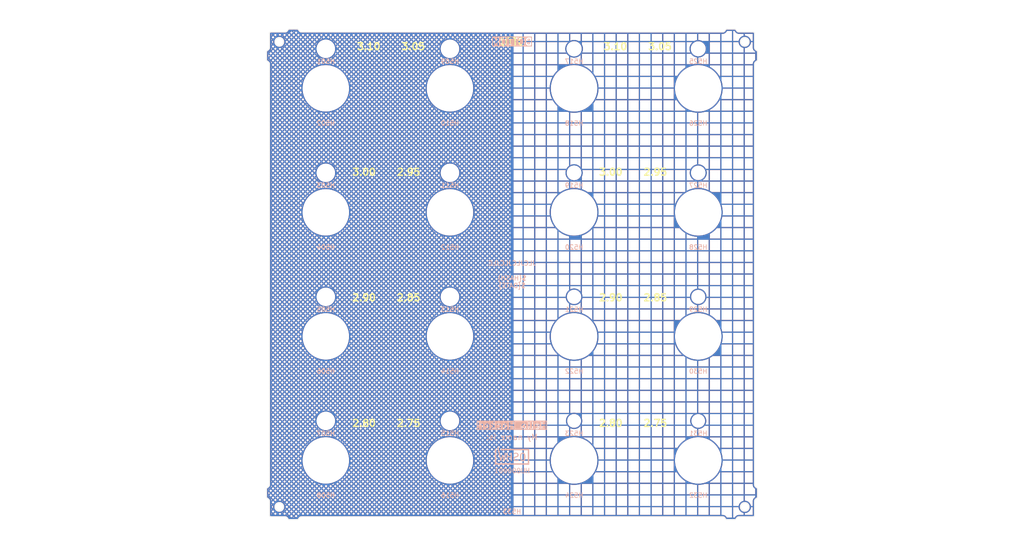
<source format=kicad_pcb>
(kicad_pcb (version 20241229) (generator "pcbnew") (generator_version "9.0")
  (layers (0 "F.Cu" signal) (2 "B.Cu" signal) (13 "F.Paste" user) (15 "B.Paste" user) (5 "F.SilkS" user "F.Silkscreen") (7 "B.SilkS" user "B.Silkscreen") (1 "F.Mask" user) (3 "B.Mask" user) (25 "Edge.Cuts" user))
  (net 0 "")
  (footprint "suku_basics:FP_LED" (layer "F.Cu") (at 113.335 104.835)
    (property "Reference" "H521" (at 0 2.7 0) (layer "B.SilkS") (effects (justify mirror)))
    (property "Value" "LED")
    (pad "" np_thru_hole circle (at 0 0 90) (size 1.5 1.5) (drill 3) (layers "*.Cu" "*.Mask"))
  )
  (footprint "suku_basics:FP_POTENTIOMETER" (layer "F.Cu") (at 113.335 140.005)
    (property "Reference" "H524" (at 0 7.5 0) (layer "B.SilkS") (effects (justify mirror)))
    (property "Value" "Potentiometer")
    (pad "" np_thru_hole circle (at 0 0 90) (size 1.5 1.5) (drill 9.8) (layers "*.Cu" "*.Mask"))
  )
  (footprint "suku_basics:FP_LED" (layer "F.Cu") (at 113.335 131.505)
    (property "Reference" "H523" (at 0 2.7 0) (layer "B.SilkS") (effects (justify mirror)))
    (property "Value" "LED")
    (pad "" np_thru_hole circle (at 0 0 90) (size 1.5 1.5) (drill 3) (layers "*.Cu" "*.Mask"))
  )
  (footprint "suku_basics:FP_POTENTIOMETER" (layer "F.Cu") (at 59.995 86.665)
    (property "Reference" "H504" (at 0 7.5 0) (layer "B.SilkS") (effects (justify mirror)))
    (property "Value" "Potentiometer")
    (pad "" np_thru_hole circle (at 0 0 90) (size 1.5 1.5) (drill 9.8) (layers "*.Cu" "*.Mask"))
  )
  (footprint "suku_basics:FP_LED" (layer "F.Cu") (at 113.335 51.495)
    (property "Reference" "H517" (at 0 2.7 0) (layer "B.SilkS") (effects (justify mirror)))
    (property "Value" "LED")
    (pad "" np_thru_hole circle (at 0 0 90) (size 1.5 1.5) (drill 3) (layers "*.Cu" "*.Mask"))
  )
  (footprint "suku_basics:FP_POTENTIOMETER" (layer "F.Cu") (at 140.005 113.335)
    (property "Reference" "H530" (at 0 7.5 0) (layer "B.SilkS") (effects (justify mirror)))
    (property "Value" "Potentiometer")
    (pad "" np_thru_hole circle (at 0 0 90) (size 1.5 1.5) (drill 9.8) (layers "*.Cu" "*.Mask"))
  )
  (footprint "suku_basics:FP_POTENTIOMETER" (layer "F.Cu") (at 140.005 86.665)
    (property "Reference" "H528" (at 0 7.5 0) (layer "B.SilkS") (effects (justify mirror)))
    (property "Value" "Potentiometer")
    (pad "" np_thru_hole circle (at 0 0 90) (size 1.5 1.5) (drill 9.8) (layers "*.Cu" "*.Mask"))
  )
  (footprint "suku_basics:FP_LED" (layer "F.Cu") (at 86.665 131.505)
    (property "Reference" "H515" (at 0 2.7 0) (layer "B.SilkS") (effects (justify mirror)))
    (property "Value" "LED")
    (pad "" np_thru_hole circle (at 0 0 90) (size 1.5 1.5) (drill 3) (layers "*.Cu" "*.Mask"))
  )
  (footprint "suku_basics:FP_POTENTIOMETER" (layer "F.Cu") (at 140.005 140.005)
    (property "Reference" "H532" (at 0 7.5 0) (layer "B.SilkS") (effects (justify mirror)))
    (property "Value" "Potentiometer")
    (pad "" np_thru_hole circle (at 0 0 90) (size 1.5 1.5) (drill 9.8) (layers "*.Cu" "*.Mask"))
  )
  (footprint "suku_basics:FP_POTENTIOMETER" (layer "F.Cu") (at 113.335 113.335)
    (property "Reference" "H522" (at 0 7.5 0) (layer "B.SilkS") (effects (justify mirror)))
    (property "Value" "Potentiometer")
    (pad "" np_thru_hole circle (at 0 0 90) (size 1.5 1.5) (drill 9.8) (layers "*.Cu" "*.Mask"))
  )
  (footprint "suku_basics:FP_POTENTIOMETER" (layer "F.Cu") (at 140.005 59.995)
    (property "Reference" "H526" (at 0 7.5 0) (layer "B.SilkS") (effects (justify mirror)))
    (property "Value" "Potentiometer")
    (pad "" np_thru_hole circle (at 0 0 90) (size 1.5 1.5) (drill 9.8) (layers "*.Cu" "*.Mask"))
  )
  (footprint "suku_basics:FP_POTENTIOMETER" (layer "F.Cu") (at 113.335 59.995)
    (property "Reference" "H518" (at 0 7.5 0) (layer "B.SilkS") (effects (justify mirror)))
    (property "Value" "Potentiometer")
    (pad "" np_thru_hole circle (at 0 0 90) (size 1.5 1.5) (drill 9.8) (layers "*.Cu" "*.Mask"))
  )
  (footprint "suku_basics:FP_LED" (layer "F.Cu") (at 140.005 78.165)
    (property "Reference" "H527" (at 0 2.7 0) (layer "B.SilkS") (effects (justify mirror)))
    (property "Value" "LED")
    (pad "" np_thru_hole circle (at 0 0 90) (size 1.5 1.5) (drill 3) (layers "*.Cu" "*.Mask"))
  )
  (footprint "suku_basics:FP_POTENTIOMETER" (layer "F.Cu") (at 86.665 59.995)
    (property "Reference" "H510" (at 0 7.5 0) (layer "B.SilkS") (effects (justify mirror)))
    (property "Value" "Potentiometer")
    (pad "" np_thru_hole circle (at 0 0 90) (size 1.5 1.5) (drill 9.8) (layers "*.Cu" "*.Mask"))
  )
  (footprint "suku_basics:FP_POTENTIOMETER" (layer "F.Cu") (at 86.665 140.005)
    (property "Reference" "H516" (at 0 7.5 0) (layer "B.SilkS") (effects (justify mirror)))
    (property "Value" "Potentiometer")
    (pad "" np_thru_hole circle (at 0 0 90) (size 1.5 1.5) (drill 9.8) (layers "*.Cu" "*.Mask"))
  )
  (footprint "suku_basics:FP_POTENTIOMETER" (layer "F.Cu") (at 113.335 86.665)
    (property "Reference" "H520" (at 0 7.5 0) (layer "B.SilkS") (effects (justify mirror)))
    (property "Value" "Potentiometer")
    (pad "" np_thru_hole circle (at 0 0 90) (size 1.5 1.5) (drill 9.8) (layers "*.Cu" "*.Mask"))
  )
  (footprint "suku_basics:FP_LED" (layer "F.Cu") (at 59.995 78.165)
    (property "Reference" "H503" (at 0 2.7 0) (layer "B.SilkS") (effects (justify mirror)))
    (property "Value" "LED")
    (pad "" np_thru_hole circle (at 0 0 90) (size 1.5 1.5) (drill 3) (layers "*.Cu" "*.Mask"))
  )
  (footprint "suku_basics:FP_LED" (layer "F.Cu") (at 59.995 51.495)
    (property "Reference" "H501" (at 0 2.7 0) (layer "B.SilkS") (effects (justify mirror)))
    (property "Value" "LED")
    (pad "" np_thru_hole circle (at 0 0 90) (size 1.5 1.5) (drill 3) (layers "*.Cu" "*.Mask"))
  )
  (footprint "suku_basics:FP_LED" (layer "F.Cu") (at 140.005 104.835)
    (property "Reference" "H529" (at 0 2.7 0) (layer "B.SilkS") (effects (justify mirror)))
    (property "Value" "LED")
    (pad "" np_thru_hole circle (at 0 0 90) (size 1.5 1.5) (drill 3) (layers "*.Cu" "*.Mask"))
  )
  (footprint "suku_basics:FP_LED" (layer "F.Cu") (at 59.995 104.835)
    (property "Reference" "H505" (at 0 2.7 0) (layer "B.SilkS") (effects (justify mirror)))
    (property "Value" "LED")
    (pad "" np_thru_hole circle (at 0 0 90) (size 1.5 1.5) (drill 3) (layers "*.Cu" "*.Mask"))
  )
  (footprint "suku_basics:FP_LED" (layer "F.Cu") (at 86.665 51.495)
    (property "Reference" "H509" (at 0 2.7 0) (layer "B.SilkS") (effects (justify mirror)))
    (property "Value" "LED")
    (pad "" np_thru_hole circle (at 0 0 90) (size 1.5 1.5) (drill 3) (layers "*.Cu" "*.Mask"))
  )
  (footprint "suku_basics:FP_POTENTIOMETER" (layer "F.Cu") (at 59.995 59.995)
    (property "Reference" "H502" (at 0 7.5 0) (layer "B.SilkS") (effects (justify mirror)))
    (property "Value" "Potentiometer")
    (pad "" np_thru_hole circle (at 0 0 90) (size 1.5 1.5) (drill 9.8) (layers "*.Cu" "*.Mask"))
  )
  (footprint "suku_basics:FP_LED" (layer "F.Cu") (at 59.995 131.505)
    (property "Reference" "H507" (at 0 2.7 0) (layer "B.SilkS") (effects (justify mirror)))
    (property "Value" "LED")
    (pad "" np_thru_hole circle (at 0 0 90) (size 1.5 1.5) (drill 3) (layers "*.Cu" "*.Mask"))
  )
  (footprint "suku_basics:FP_POTENTIOMETER" (layer "F.Cu") (at 86.665 113.335)
    (property "Reference" "H514" (at 0 7.5 0) (layer "B.SilkS") (effects (justify mirror)))
    (property "Value" "Potentiometer")
    (pad "" np_thru_hole circle (at 0 0 90) (size 1.5 1.5) (drill 9.8) (layers "*.Cu" "*.Mask"))
  )
  (footprint "suku_basics:FP_LED" (layer "F.Cu") (at 140.005 131.505)
    (property "Reference" "H531" (at 0 2.7 0) (layer "B.SilkS") (effects (justify mirror)))
    (property "Value" "LED")
    (pad "" np_thru_hole circle (at 0 0 90) (size 1.5 1.5) (drill 3) (layers "*.Cu" "*.Mask"))
  )
  (footprint "suku_basics:FP_POTENTIOMETER" (layer "F.Cu") (at 59.995 140.005)
    (property "Reference" "H508" (at 0 7.5 0) (layer "B.SilkS") (effects (justify mirror)))
    (property "Value" "Potentiometer")
    (pad "" np_thru_hole circle (at 0 0 90) (size 1.5 1.5) (drill 9.8) (layers "*.Cu" "*.Mask"))
  )
  (footprint "suku_basics:FP_POTENTIOMETER" (layer "F.Cu") (at 86.665 86.665)
    (property "Reference" "H512" (at 0 7.5 0) (layer "B.SilkS") (effects (justify mirror)))
    (property "Value" "Potentiometer")
    (pad "" np_thru_hole circle (at 0 0 90) (size 1.5 1.5) (drill 9.8) (layers "*.Cu" "*.Mask"))
  )
  (footprint "suku_basics:FP_LED" (layer "F.Cu") (at 86.665 78.165)
    (property "Reference" "H511" (at 0 2.7 0) (layer "B.SilkS") (effects (justify mirror)))
    (property "Value" "LED")
    (pad "" np_thru_hole circle (at 0 0 90) (size 1.5 1.5) (drill 3) (layers "*.Cu" "*.Mask"))
  )
  (footprint "suku_basics:FP_LED" (layer "F.Cu") (at 113.335 78.165)
    (property "Reference" "H519" (at 0 2.7 0) (layer "B.SilkS") (effects (justify mirror)))
    (property "Value" "LED")
    (pad "" np_thru_hole circle (at 0 0 90) (size 1.5 1.5) (drill 3) (layers "*.Cu" "*.Mask"))
  )
  (footprint "suku_basics:FP_POTENTIOMETER" (layer "F.Cu") (at 59.995 113.335)
    (property "Reference" "H506" (at 0 7.5 0) (layer "B.SilkS") (effects (justify mirror)))
    (property "Value" "Potentiometer")
    (pad "" np_thru_hole circle (at 0 0 90) (size 1.5 1.5) (drill 9.8) (layers "*.Cu" "*.Mask"))
  )
  (footprint "suku_basics:FP_OUTLINE_2" (layer "F.Cu") (at 100 100)
    (property "Reference" "H533" (at 0 51 0) (layer "B.SilkS") (effects (justify mirror)))
    (property "Value" "Outline")
    (fp_line (start -52.799999 -46.100001) (end -52.799999 -47.899999) (stroke (width 0.05)) (layer "Edge.Cuts"))
    (fp_line (start -52.799999 46.100001) (end -52.799999 47.899999) (stroke (width 0.05)) (layer "Edge.Cuts"))
    (fp_line (start -52.626954 -48.077382) (end -52.265506 -48.421458) (stroke (width 0.05)) (layer "Edge.Cuts"))
    (fp_line (start -52.626954 -45.922618) (end -52.265506 -45.578542) (stroke (width 0.05)) (layer "Edge.Cuts"))
    (fp_line (start -52.626954 45.922618) (end -52.265506 45.578542) (stroke (width 0.05)) (layer "Edge.Cuts"))
    (fp_line (start -52.626954 48.077382) (end -52.265506 48.421458) (stroke (width 0.05)) (layer "Edge.Cuts"))
    (fp_line (start -52.15 -48.75) (end -52.15 -51.8) (stroke (width 0.05)) (layer "Edge.Cuts"))
    (fp_line (start -52.15 45.25) (end -52.15 -45.25) (stroke (width 0.05)) (layer "Edge.Cuts"))
    (fp_line (start -52.15 48.75) (end -52.15 51.8) (stroke (width 0.05)) (layer "Edge.Cuts"))
    (fp_line (start -48.75 -52.15) (end -51.8 -52.15) (stroke (width 0.05)) (layer "Edge.Cuts"))
    (fp_line (start -48.75 52.15) (end -51.8 52.15) (stroke (width 0.05)) (layer "Edge.Cuts"))
    (fp_line (start -48.077382 -52.626954) (end -48.421458 -52.265506) (stroke (width 0.05)) (layer "Edge.Cuts"))
    (fp_line (start -48.077382 52.626954) (end -48.421458 52.265506) (stroke (width 0.05)) (layer "Edge.Cuts"))
    (fp_line (start -46.100001 -52.799999) (end -47.899999 -52.799999) (stroke (width 0.05)) (layer "Edge.Cuts"))
    (fp_line (start -46.100001 52.799999) (end -47.899999 52.799999) (stroke (width 0.05)) (layer "Edge.Cuts"))
    (fp_line (start -45.922618 -52.626954) (end -45.578542 -52.265506) (stroke (width 0.05)) (layer "Edge.Cuts"))
    (fp_line (start -45.922618 52.626954) (end -45.578542 52.265506) (stroke (width 0.05)) (layer "Edge.Cuts"))
    (fp_line (start -45.25 -52.15) (end 45.25 -52.15) (stroke (width 0.05)) (layer "Edge.Cuts"))
    (fp_line (start 45.25 52.15) (end -45.25 52.15) (stroke (width 0.05)) (layer "Edge.Cuts"))
    (fp_line (start 45.922618 -52.626954) (end 45.578542 -52.265506) (stroke (width 0.05)) (layer "Edge.Cuts"))
    (fp_line (start 45.922618 52.626955) (end 45.578542 52.265507) (stroke (width 0.05)) (layer "Edge.Cuts"))
    (fp_line (start 46.100001 -52.799999) (end 47.899999 -52.799999) (stroke (width 0.05)) (layer "Edge.Cuts"))
    (fp_line (start 46.100001 52.799999) (end 47.899999 52.799999) (stroke (width 0.05)) (layer "Edge.Cuts"))
    (fp_line (start 48.077377 52.626959) (end 48.421453 52.265511) (stroke (width 0.05)) (layer "Edge.Cuts"))
    (fp_line (start 48.077384 -52.626954) (end 48.42146 -52.265506) (stroke (width 0.05)) (layer "Edge.Cuts"))
    (fp_line (start 48.75 -52.15) (end 51.8 -52.15) (stroke (width 0.05)) (layer "Edge.Cuts"))
    (fp_line (start 48.75 52.15) (end 51.8 52.15) (stroke (width 0.05)) (layer "Edge.Cuts"))
    (fp_line (start 52.15 -48.75) (end 52.15 -51.8) (stroke (width 0.05)) (layer "Edge.Cuts"))
    (fp_line (start 52.15 -45.25) (end 52.15 45.25) (stroke (width 0.05)) (layer "Edge.Cuts"))
    (fp_line (start 52.15 48.75) (end 52.15 51.8) (stroke (width 0.05)) (layer "Edge.Cuts"))
    (fp_line (start 52.626954 -48.077385) (end 52.265506 -48.421461) (stroke (width 0.05)) (layer "Edge.Cuts"))
    (fp_line (start 52.626954 -45.922618) (end 52.265506 -45.578542) (stroke (width 0.05)) (layer "Edge.Cuts"))
    (fp_line (start 52.626954 45.922618) (end 52.265506 45.578542) (stroke (width 0.05)) (layer "Edge.Cuts"))
    (fp_line (start 52.626954 48.077383) (end 52.265506 48.421459) (stroke (width 0.05)) (layer "Edge.Cuts"))
    (fp_line (start 52.799999 -46.100001) (end 52.799999 -47.899999) (stroke (width 0.05)) (layer "Edge.Cuts"))
    (fp_line (start 52.799999 46.100001) (end 52.799999 47.899999) (stroke (width 0.05)) (layer "Edge.Cuts"))
    (fp_line (start 52.799999 47.899999) (end 52.626954 48.077383) (stroke (width 0.05)) (layer "Edge.Cuts"))
    (fp_arc (start -52.799999 -47.899999) (mid -52.717353 -47.992466) (end -52.62696 -48.077377) (stroke (width 0.05)) (layer "Edge.Cuts"))
    (fp_arc (start -52.799999 46.100001) (mid -52.717353 46.007534) (end -52.62696 45.922623) (stroke (width 0.05)) (layer "Edge.Cuts"))
    (fp_arc (start -52.62696 -45.922623) (mid -52.717353 -46.007534) (end -52.799999 -46.100001) (stroke (width 0.05)) (layer "Edge.Cuts"))
    (fp_arc (start -52.62696 48.077377) (mid -52.717353 47.992466) (end -52.799999 47.899999) (stroke (width 0.05)) (layer "Edge.Cuts"))
    (fp_arc (start -52.265506 -45.578542) (mid -52.179718 -45.424127) (end -52.15 -45.25) (stroke (width 0.05)) (layer "Edge.Cuts"))
    (fp_arc (start -52.265506 48.421458) (mid -52.179718 48.575873) (end -52.15 48.75) (stroke (width 0.05)) (layer "Edge.Cuts"))
    (fp_arc (start -52.15 -51.8) (mid -52.047488 -52.047488) (end -51.8 -52.15) (stroke (width 0.05)) (layer "Edge.Cuts"))
    (fp_arc (start -52.15 -48.75) (mid -52.179717 -48.575872) (end -52.265506 -48.421458) (stroke (width 0.05)) (layer "Edge.Cuts"))
    (fp_arc (start -52.15 45.25) (mid -52.179717 45.424128) (end -52.265506 45.578542) (stroke (width 0.05)) (layer "Edge.Cuts"))
    (fp_arc (start -51.8 52.15) (mid -52.047488 52.047488) (end -52.15 51.8) (stroke (width 0.05)) (layer "Edge.Cuts"))
    (fp_arc (start -48.75 52.15) (mid -48.575872 52.179717) (end -48.421458 52.265506) (stroke (width 0.05)) (layer "Edge.Cuts"))
    (fp_arc (start -48.421458 -52.265506) (mid -48.575873 -52.179718) (end -48.75 -52.15) (stroke (width 0.05)) (layer "Edge.Cuts"))
    (fp_arc (start -48.077377 -52.62696) (mid -47.992466 -52.717353) (end -47.899999 -52.799999) (stroke (width 0.05)) (layer "Edge.Cuts"))
    (fp_arc (start -47.899999 52.799999) (mid -47.992466 52.717353) (end -48.077377 52.62696) (stroke (width 0.05)) (layer "Edge.Cuts"))
    (fp_arc (start -46.100001 -52.799999) (mid -46.007534 -52.717353) (end -45.922623 -52.62696) (stroke (width 0.05)) (layer "Edge.Cuts"))
    (fp_arc (start -45.922623 52.62696) (mid -46.007534 52.717353) (end -46.100001 52.799999) (stroke (width 0.05)) (layer "Edge.Cuts"))
    (fp_arc (start -45.578542 52.265506) (mid -45.424127 52.179718) (end -45.25 52.15) (stroke (width 0.05)) (layer "Edge.Cuts"))
    (fp_arc (start -45.25 -52.15) (mid -45.424128 -52.179717) (end -45.578542 -52.265506) (stroke (width 0.05)) (layer "Edge.Cuts"))
    (fp_arc (start 45.25 52.15) (mid 45.424127 52.179718) (end 45.578542 52.265506) (stroke (width 0.05)) (layer "Edge.Cuts"))
    (fp_arc (start 45.578542 -52.265506) (mid 45.424128 -52.179717) (end 45.25 -52.15) (stroke (width 0.05)) (layer "Edge.Cuts"))
    (fp_arc (start 45.922623 -52.62696) (mid 46.007534 -52.717353) (end 46.100001 -52.799999) (stroke (width 0.05)) (layer "Edge.Cuts"))
    (fp_arc (start 46.099996 52.799994) (mid 46.007529 52.717348) (end 45.922618 52.626955) (stroke (width 0.05)) (layer "Edge.Cuts"))
    (fp_arc (start 47.900001 -52.799999) (mid 47.992468 -52.717353) (end 48.077379 -52.62696) (stroke (width 0.05)) (layer "Edge.Cuts"))
    (fp_arc (start 48.077377 52.62696) (mid 47.992466 52.717353) (end 47.899999 52.799999) (stroke (width 0.05)) (layer "Edge.Cuts"))
    (fp_arc (start 48.421458 52.265507) (mid 48.575872 52.179718) (end 48.75 52.150001) (stroke (width 0.05)) (layer "Edge.Cuts"))
    (fp_arc (start 48.750002 -52.15) (mid 48.575874 -52.179717) (end 48.42146 -52.265506) (stroke (width 0.05)) (layer "Edge.Cuts"))
    (fp_arc (start 51.8 -52.15) (mid 52.047487 -52.047487) (end 52.15 -51.8) (stroke (width 0.05)) (layer "Edge.Cuts"))
    (fp_arc (start 52.15 -45.25) (mid 52.179717 -45.424128) (end 52.265506 -45.578542) (stroke (width 0.05)) (layer "Edge.Cuts"))
    (fp_arc (start 52.15 48.75) (mid 52.179718 48.575873) (end 52.265506 48.421458) (stroke (width 0.05)) (layer "Edge.Cuts"))
    (fp_arc (start 52.15 51.8) (mid 52.047487 52.047487) (end 51.8 52.15) (stroke (width 0.05)) (layer "Edge.Cuts"))
    (fp_arc (start 52.265506 -48.421461) (mid 52.179717 -48.575875) (end 52.15 -48.750003) (stroke (width 0.05)) (layer "Edge.Cuts"))
    (fp_arc (start 52.265506 45.578542) (mid 52.179717 45.424128) (end 52.15 45.25) (stroke (width 0.05)) (layer "Edge.Cuts"))
    (fp_arc (start 52.62696 -48.07738) (mid 52.717353 -47.992469) (end 52.799999 -47.900002) (stroke (width 0.05)) (layer "Edge.Cuts"))
    (fp_arc (start 52.62696 45.922623) (mid 52.717353 46.007534) (end 52.799999 46.100001) (stroke (width 0.05)) (layer "Edge.Cuts"))
    (fp_arc (start 52.799999 -46.100001) (mid 52.717353 -46.007534) (end 52.62696 -45.922623) (stroke (width 0.05)) (layer "Edge.Cuts"))
    (fp_circle (center -50 -50) (end -49.125 -50) (stroke (width 0.05)) (fill no) (layer "Edge.Cuts"))
    (fp_circle (center -50 50) (end -49.125 50) (stroke (width 0.05)) (fill no) (layer "Edge.Cuts"))
    (fp_circle (center 50 -50) (end 50.875 -50) (stroke (width 0.05)) (fill no) (layer "Edge.Cuts"))
    (fp_circle (center 50 50) (end 50.875 50) (stroke (width 0.05)) (fill no) (layer "Edge.Cuts"))
  )
  (footprint "suku_basics:FP_LED" (layer "F.Cu") (at 140.005 51.495)
    (property "Reference" "H525" (at 0 2.7 0) (layer "B.SilkS") (effects (justify mirror)))
    (property "Value" "LED")
    (pad "" np_thru_hole circle (at 0 0 90) (size 1.5 1.5) (drill 3) (layers "*.Cu" "*.Mask"))
  )
  (footprint "suku_basics:FP_LED" (layer "F.Cu") (at 86.665 104.835)
    (property "Reference" "H513" (at 0 2.7 0) (layer "B.SilkS") (effects (justify mirror)))
    (property "Value" "LED")
    (pad "" np_thru_hole circle (at 0 0 90) (size 1.5 1.5) (drill 3) (layers "*.Cu" "*.Mask"))
  )
  (footprint "suku_basics:OSHWA" (layer "B.Cu") (at 100 140 180)
    (property "Reference" "H534" (hide yes))
    (property "Value" "Outline" (hide yes))
    (fp_poly (pts (xy 3.689316 -0.925456) (xy -3.689315 -0.925456) (xy -3.689315 2.488724) (xy 2.37617 2.488724) (xy 2.37617 2.176071) (xy -3.389168 2.176071) (xy -3.389168 -0.625308) (xy 3.389071 -0.625308) (xy 3.392246 0.928582) (xy 3.395421 2.482471) (xy 3.542369 2.485995) (xy 3.689316 2.489518)) (fill yes) (layer "B.SilkS"))
    (fp_poly (pts (xy 0.146948 1.623126) (xy 0.268883 1.619547) (xy 0.275519 0.900443) (xy 0.91295 0.900443) (xy 0.91295 1.6258) (xy 1.150567 1.6258) (xy 1.150567 -0.125062) (xy 0.91295 -0.125062) (xy 0.91295 0.700344) (xy 0.275136 0.700344) (xy 0.275136 -0.125062) (xy 0.025013 -0.125062) (xy 0.025013 1.626706)) (fill yes) (layer "B.SilkS"))
    (fp_poly (pts (xy -3.526735 -2.088528) (xy -3.101526 -2.088528) (xy -3.101526 -1.613294) (xy -2.951452 -1.613294) (xy -2.951452 -2.763861) (xy -3.101038 -2.763861) (xy -3.104409 -2.491852) (xy -3.107779 -2.219843) (xy -3.526735 -2.212985) (xy -3.526735 -2.763861) (xy -3.689315 -2.763861) (xy -3.689315 -1.613294) (xy -3.526735 -1.613294)) (fill yes) (layer "B.SilkS"))
    (fp_poly (pts (xy 2.423363 -2.099022) (xy 2.455397 -2.12638) (xy 2.472875 -2.164417) (xy 2.473375 -2.206947) (xy 2.454476 -2.247785) (xy 2.445522 -2.25793) (xy 2.405042 -2.283341) (xy 2.360014 -2.288196) (xy 2.318075 -2.272398) (xy 2.303313 -2.259682) (xy 2.278977 -2.218539) (xy 2.275667 -2.175058) (xy 2.290781 -2.135108) (xy 2.321718 -2.104558) (xy 2.365875 -2.089276) (xy 2.379195 -2.088528)) (fill yes) (layer "B.SilkS"))
    (fp_poly (pts (xy 1.472895 -2.099022) (xy 1.504929 -2.12638) (xy 1.522407 -2.164417) (xy 1.522907 -2.206947) (xy 1.504008 -2.247785) (xy 1.495054 -2.25793) (xy 1.454575 -2.283341) (xy 1.409546 -2.288196) (xy 1.367607 -2.272398) (xy 1.352845 -2.259682) (xy 1.328509 -2.218539) (xy 1.325199 -2.175058) (xy 1.340313 -2.135108) (xy 1.37125 -2.104558) (xy 1.415407 -2.089276) (xy 1.428727 -2.088528)) (fill yes) (layer "B.SilkS"))
    (fp_poly (pts (xy 0.522427 -2.099022) (xy 0.554461 -2.12638) (xy 0.571939 -2.164417) (xy 0.57244 -2.206947) (xy 0.55354 -2.247785) (xy 0.544587 -2.25793) (xy 0.504107 -2.283341) (xy 0.459078 -2.288196) (xy 0.417139 -2.272398) (xy 0.402377 -2.259682) (xy 0.378041 -2.218539) (xy 0.374731 -2.175058) (xy 0.389846 -2.135108) (xy 0.420782 -2.104558) (xy 0.464939 -2.089276) (xy 0.478259 -2.088528)) (fill yes) (layer "B.SilkS"))
    (fp_poly (pts (xy -0.428041 -2.099022) (xy -0.396007 -2.12638) (xy -0.378529 -2.164417) (xy -0.378028 -2.206947) (xy -0.396927 -2.247785) (xy -0.405881 -2.25793) (xy -0.446361 -2.283341) (xy -0.491389 -2.288196) (xy -0.533328 -2.272398) (xy -0.54809 -2.259682) (xy -0.572426 -2.218539) (xy -0.575736 -2.175058) (xy -0.560622 -2.135108) (xy -0.529686 -2.104558) (xy -0.485529 -2.089276) (xy -0.472209 -2.088528)) (fill yes) (layer "B.SilkS"))
    (fp_poly (pts (xy -1.366002 -2.099022) (xy -1.333968 -2.12638) (xy -1.31649 -2.164417) (xy -1.31599 -2.206947) (xy -1.334889 -2.247785) (xy -1.343843 -2.25793) (xy -1.384322 -2.283341) (xy -1.429351 -2.288196) (xy -1.47129 -2.272398) (xy -1.486052 -2.259682) (xy -1.510388 -2.218539) (xy -1.513698 -2.175058) (xy -1.498584 -2.135108) (xy -1.467647 -2.104558) (xy -1.42349 -2.089276) (xy -1.41017 -2.088528)) (fill yes) (layer "B.SilkS"))
    (fp_poly (pts (xy 3.439193 -2.626293) (xy 3.67681 -2.626293) (xy 3.67681 -2.763861) (xy 3.037689 -2.763861) (xy 3.041469 -2.698203) (xy 3.045249 -2.632546) (xy 3.167184 -2.628966) (xy 3.289119 -2.625387) (xy 3.289119 -2.194378) (xy 3.288777 -2.074495) (xy 3.287778 -1.971946) (xy 3.286163 -1.888188) (xy 3.283972 -1.824679) (xy 3.281247 -1.782877) (xy 3.278027 -1.76424) (xy 3.277097 -1.763368) (xy 3.260168 -1.766055) (xy 3.225245 -1.773232) (xy 3.178662 -1.78357) (xy 3.157804 -1.78838) (xy 3.108191 -1.799632) (xy 3.067562 -1.808258) (xy 3.042296 -1.81293) (xy 3.037888 -1.813393) (xy 3.031169 -1.801857) (xy 3.028386 -1.770697) (xy 3.028992 -1.742407) (xy 3.032743 -1.671421) (xy 3.157804 -1.642959) (xy 3.221273 -1.630301) (xy 3.285815 -1.620393) (xy 3.341191 -1.614699) (xy 3.361029 -1.613896) (xy 3.439193 -1.613294)) (fill yes) (layer "B.SilkS"))
    (fp_poly (pts (xy -2.561065 -2.0883) (xy -2.557508 -2.563306) (xy -2.519948 -2.600854) (xy -2.471266 -2.633373) (xy -2.409462 -2.651483) (xy -2.342226 -2.654652) (xy -2.277249 -2.642346) (xy -2.231814 -2.62084) (xy -2.214905 -2.608756) (xy -2.201041 -2.59515) (xy -2.189922 -2.577563) (xy -2.181246 -2.553532) (xy -2.17471 -2.520598) (xy -2.170015 -2.4763) (xy -2.166857 -2.418177) (xy -2.164936 -2.343768) (xy -2.16395 -2.250614) (xy -2.163598 -2.136253) (xy -2.163564 -2.063918) (xy -2.163564 -1.613294) (xy -1.998864 -1.613294) (xy -2.004222 -2.072895) (xy -2.006032 -2.205355) (xy -2.008145 -2.314667) (xy -2.01064 -2.402695) (xy -2.0136 -2.471303) (xy -2.017104 -2.522353) (xy -2.021235 -2.557709) (xy -2.026072 -2.579236) (xy -2.026235 -2.579707) (xy -2.061961 -2.646483) (xy -2.11637 -2.704712) (xy -2.18322 -2.74789) (xy -2.191159 -2.751482) (xy -2.248615 -2.76959) (xy -2.317403 -2.781305) (xy -2.387483 -2.785695) (xy -2.448813 -2.781827) (xy -2.469965 -2.7774) (xy -2.559864 -2.741802) (xy -2.631084 -2.690092) (xy -2.68309 -2.622692) (xy -2.694035 -2.60128) (xy -2.700795 -2.585557) (xy -2.706311 -2.568715) (xy -2.710737 -2.548089) (xy -2.714227 -2.52101) (xy -2.716934 -2.484812) (xy -2.719011 -2.436829) (xy -2.720611 -2.374392) (xy -2.721887 -2.294836) (xy -2.722993 -2.195492) (xy -2.724036 -2.079149) (xy -2.727983 -1.613294) (xy -2.564621 -1.613294)) (fill yes) (layer "B.SilkS"))
    (fp_poly (pts (xy 2.479267 -1.612912) (xy 2.544266 -1.637705) (xy 2.599169 -1.679949) (xy 2.633148 -1.719274) (xy 2.674326 -1.78977) (xy 2.706844 -1.879346) (xy 2.730172 -1.983428) (xy 2.743778 -2.09744) (xy 2.74713 -2.216809) (xy 2.739698 -2.336958) (xy 2.720951 -2.453315) (xy 2.719279 -2.460853) (xy 2.685784 -2.566283) (xy 2.637453 -2.652461) (xy 2.574704 -2.718771) (xy 2.520358 -2.754112) (xy 2.462001 -2.774198) (xy 2.391637 -2.783817) (xy 2.320306 -2.782224) (xy 2.266388 -2.771248) (xy 2.190068 -2.734152) (xy 2.12676 -2.676662) (xy 2.07604 -2.598241) (xy 2.037481 -2.498348) (xy 2.029936 -2.47091) (xy 2.018323 -2.407332) (xy 2.010576 -2.326836) (xy 2.006695 -2.23636) (xy 2.006682 -2.144806) (xy 2.167182 -2.144806) (xy 2.16743 -2.28475) (xy 2.177721 -2.402029) (xy 2.198129 -2.496918) (xy 2.228728 -2.569692) (xy 2.269592 -2.620626) (xy 2.3012 -2.641906) (xy 2.354246 -2.66084) (xy 2.403413 -2.659264) (xy 2.446617 -2.643425) (xy 2.48408 -2.616016) (xy 2.516627 -2.575561) (xy 2.519016 -2.571514) (xy 2.542248 -2.52449) (xy 2.559405 -2.473242) (xy 2.57121 -2.413306) (xy 2.578386 -2.340213) (xy 2.581657 -2.249498) (xy 2.58204 -2.182324) (xy 2.579984 -2.074424) (xy 2.573824 -1.987609) (xy 2.562709 -1.918165) (xy 2.545787 -1.862378) (xy 2.522209 -1.816533) (xy 2.491124 -1.776917) (xy 2.488534 -1.774164) (xy 2.458625 -1.745356) (xy 2.432972 -1.73103) (xy 2.400092 -1.726228) (xy 2.376635 -1.72585) (xy 2.335154 -1.727808) (xy 2.306456 -1.736951) (xy 2.278799 -1.75818) (xy 2.263454 -1.773092) (xy 2.232664 -1.809168) (xy 2.20913 -1.850513) (xy 2.19183 -1.901075) (xy 2.179739 -1.964803) (xy 2.171835 -2.045647) (xy 2.167182 -2.144806) (xy 2.006682 -2.144806) (xy 2.006682 -2.142843) (xy 2.010537 -2.053224) (xy 2.018263 -1.97444) (xy 2.029855 -1.913442) (xy 2.059663 -1.823267) (xy 2.096259 -1.751266) (xy 2.143074 -1.690827) (xy 2.148311 -1.685308) (xy 2.199716 -1.642072) (xy 2.257261 -1.615278) (xy 2.326695 -1.60302) (xy 2.398093 -1.602551)) (fill yes) (layer "B.SilkS"))
    (fp_poly (pts (xy 1.528799 -1.612912) (xy 1.593798 -1.637705) (xy 1.648701 -1.679949) (xy 1.68268 -1.719274) (xy 1.723858 -1.78977) (xy 1.756376 -1.879346) (xy 1.779704 -1.983428) (xy 1.79331 -2.09744) (xy 1.796663 -2.216809) (xy 1.789231 -2.336958) (xy 1.770483 -2.453315) (xy 1.768811 -2.460853) (xy 1.735316 -2.566283) (xy 1.686986 -2.652461) (xy 1.624236 -2.718771) (xy 1.569891 -2.754112) (xy 1.511533 -2.774198) (xy 1.44117 -2.783817) (xy 1.369838 -2.782224) (xy 1.31592 -2.771248) (xy 1.239601 -2.734152) (xy 1.176293 -2.676662) (xy 1.125572 -2.598241) (xy 1.087013 -2.498348) (xy 1.079469 -2.47091) (xy 1.067856 -2.407332) (xy 1.060108 -2.326836) (xy 1.056227 -2.23636) (xy 1.056214 -2.144806) (xy 1.216714 -2.144806) (xy 1.216962 -2.28475) (xy 1.227253 -2.402029) (xy 1.247661 -2.496918) (xy 1.27826 -2.569692) (xy 1.319124 -2.620626) (xy 1.350732 -2.641906) (xy 1.403779 -2.66084) (xy 1.452946 -2.659264) (xy 1.496149 -2.643425) (xy 1.533612 -2.616016) (xy 1.566159 -2.575561) (xy 1.568548 -2.571514) (xy 1.59178 -2.52449) (xy 1.608937 -2.473242) (xy 1.620742 -2.413306) (xy 1.627918 -2.340213) (xy 1.631189 -2.249498) (xy 1.631572 -2.182324) (xy 1.629516 -2.074424) (xy 1.623356 -1.987609) (xy 1.612241 -1.918165) (xy 1.59532 -1.862378) (xy 1.571742 -1.816533) (xy 1.540656 -1.776917) (xy 1.538066 -1.774164) (xy 1.508157 -1.745356) (xy 1.482504 -1.73103) (xy 1.449624 -1.726228) (xy 1.426167 -1.72585) (xy 1.384686 -1.727808) (xy 1.355988 -1.736951) (xy 1.328331 -1.75818) (xy 1.312986 -1.773092) (xy 1.282196 -1.809168) (xy 1.258663 -1.850513) (xy 1.241362 -1.901075) (xy 1.229271 -1.964803) (xy 1.221368 -2.045647) (xy 1.216714 -2.144806) (xy 1.056214 -2.144806) (xy 1.056214 -2.142843) (xy 1.06007 -2.053224) (xy 1.067795 -1.97444) (xy 1.079387 -1.913442) (xy 1.109196 -1.823267) (xy 1.145791 -1.751266) (xy 1.192606 -1.690827) (xy 1.197843 -1.685308) (xy 1.249248 -1.642072) (xy 1.306793 -1.615278) (xy 1.376227 -1.60302) (xy 1.447625 -1.602551)) (fill yes) (layer "B.SilkS"))
    (fp_poly (pts (xy 0.578332 -1.612912) (xy 0.64333 -1.637705) (xy 0.698234 -1.679949) (xy 0.732212 -1.719274) (xy 0.77339 -1.78977) (xy 0.805908 -1.879346) (xy 0.829236 -1.983428) (xy 0.842842 -2.09744) (xy 0.846195 -2.216809) (xy 0.838763 -2.336958) (xy 0.820015 -2.453315) (xy 0.818343 -2.460853) (xy 0.784848 -2.566283) (xy 0.736518 -2.652461) (xy 0.673769 -2.718771) (xy 0.619423 -2.754112) (xy 0.561066 -2.774198) (xy 0.490702 -2.783817) (xy 0.41937 -2.782224) (xy 0.365453 -2.771248) (xy 0.289133 -2.734152) (xy 0.225825 -2.676662) (xy 0.175104 -2.598241) (xy 0.136546 -2.498348) (xy 0.129001 -2.47091) (xy 0.117388 -2.407332) (xy 0.10964 -2.326836) (xy 0.10576 -2.23636) (xy 0.105746 -2.144806) (xy 0.266246 -2.144806) (xy 0.266494 -2.28475) (xy 0.276785 -2.402029) (xy 0.297193 -2.496918) (xy 0.327792 -2.569692) (xy 0.368656 -2.620626) (xy 0.400264 -2.641906) (xy 0.453311 -2.66084) (xy 0.502478 -2.659264) (xy 0.545681 -2.643425) (xy 0.583144 -2.616016) (xy 0.615692 -2.575561) (xy 0.61808 -2.571514) (xy 0.641313 -2.52449) (xy 0.65847 -2.473242) (xy 0.670275 -2.413306) (xy 0.677451 -2.340213) (xy 0.680721 -2.249498) (xy 0.681105 -2.182324) (xy 0.679048 -2.074424) (xy 0.672888 -1.987609) (xy 0.661773 -1.918165) (xy 0.644852 -1.862378) (xy 0.621274 -1.816533) (xy 0.590188 -1.776917) (xy 0.587598 -1.774164) (xy 0.557689 -1.745356) (xy 0.532036 -1.73103) (xy 0.499156 -1.726228) (xy 0.475699 -1.72585) (xy 0.434218 -1.727808) (xy 0.40552 -1.736951) (xy 0.377863 -1.75818) (xy 0.362518 -1.773092) (xy 0.331729 -1.809168) (xy 0.308195 -1.850513) (xy 0.290894 -1.901075) (xy 0.278803 -1.964803) (xy 0.2709 -2.045647) (xy 0.266246 -2.144806) (xy 0.105746 -2.144806) (xy 0.105746 -2.142843) (xy 0.109602 -2.053224) (xy 0.117327 -1.97444) (xy 0.12892 -1.913442) (xy 0.158728 -1.823267) (xy 0.195323 -1.751266) (xy 0.242139 -1.690827) (xy 0.247376 -1.685308) (xy 0.29878 -1.642072) (xy 0.356326 -1.615278) (xy 0.42576 -1.60302) (xy 0.497157 -1.602551)) (fill yes) (layer "B.SilkS"))
    (fp_poly (pts (xy -0.372136 -1.612912) (xy -0.307138 -1.637705) (xy -0.252234 -1.679949) (xy -0.218255 -1.719274) (xy -0.177078 -1.78977) (xy -0.144559 -1.879346) (xy -0.121231 -1.983428) (xy -0.107626 -2.09744) (xy -0.104273 -2.216809) (xy -0.111705 -2.336958) (xy -0.130453 -2.453315) (xy -0.132124 -2.460853) (xy -0.165619 -2.566283) (xy -0.21395 -2.652461) (xy -0.276699 -2.718771) (xy -0.331045 -2.754112) (xy -0.389402 -2.774198) (xy -0.459766 -2.783817) (xy -0.531098 -2.782224) (xy -0.585015 -2.771248) (xy -0.661335 -2.734152) (xy -0.724643 -2.676662) (xy -0.775364 -2.598241) (xy -0.813922 -2.498348) (xy -0.821467 -2.47091) (xy -0.83308 -2.407332) (xy -0.840827 -2.326836) (xy -0.844708 -2.23636) (xy -0.844721 -2.144806) (xy -0.684221 -2.144806) (xy -0.683973 -2.28475) (xy -0.673682 -2.402029) (xy -0.653275 -2.496918) (xy -0.622676 -2.569692) (xy -0.581811 -2.620626) (xy -0.550203 -2.641906) (xy -0.497157 -2.66084) (xy -0.44799 -2.659264) (xy -0.404787 -2.643425) (xy -0.367324 -2.616016) (xy -0.334776 -2.575561) (xy -0.332387 -2.571514) (xy -0.309155 -2.52449) (xy -0.291998 -2.473242) (xy -0.280193 -2.413306) (xy -0.273017 -2.340213) (xy -0.269746 -2.249498) (xy -0.269363 -2.182324) (xy -0.271419 -2.074424) (xy -0.27758 -1.987609) (xy -0.288695 -1.918165) (xy -0.305616 -1.862378) (xy -0.329194 -1.816533) (xy -0.36028 -1.776917) (xy -0.36287 -1.774164) (xy -0.392779 -1.745356) (xy -0.418432 -1.73103) (xy -0.451311 -1.726228) (xy -0.474768 -1.72585) (xy -0.51625 -1.727808) (xy -0.544947 -1.736951) (xy -0.572605 -1.75818) (xy -0.58795 -1.773092) (xy -0.618739 -1.809168) (xy -0.642273 -1.850513) (xy -0.659574 -1.901075) (xy -0.671664 -1.964803) (xy -0.679568 -2.045647) (xy -0.684221 -2.144806) (xy -0.844721 -2.144806) (xy -0.844721 -2.142843) (xy -0.840866 -2.053224) (xy -0.833141 -1.97444) (xy -0.821548 -1.913442) (xy -0.79174 -1.823267) (xy -0.755145 -1.751266) (xy -0.708329 -1.690827) (xy -0.703092 -1.685308) (xy -0.651688 -1.642072) (xy -0.594142 -1.615278) (xy -0.524708 -1.60302) (xy -0.453311 -1.602551)) (fill yes) (layer "B.SilkS"))
    (fp_poly (pts (xy -1.310098 -1.612912) (xy -1.245099 -1.637705) (xy -1.190196 -1.679949) (xy -1.156217 -1.719274) (xy -1.115039 -1.78977) (xy -1.082521 -1.879346) (xy -1.059193 -1.983428) (xy -1.045587 -2.09744) (xy -1.042234 -2.216809) (xy -1.049666 -2.336958) (xy -1.068414 -2.453315) (xy -1.070086 -2.460853) (xy -1.103581 -2.566283) (xy -1.151911 -2.652461) (xy -1.214661 -2.718771) (xy -1.269007 -2.754112) (xy -1.327364 -2.774198) (xy -1.397728 -2.783817) (xy -1.469059 -2.782224) (xy -1.522977 -2.771248) (xy -1.599296 -2.734152) (xy -1.662604 -2.676662) (xy -1.713325 -2.598241) (xy -1.751884 -2.498348) (xy -1.759429 -2.47091) (xy -1.771042 -2.407332) (xy -1.778789 -2.326836) (xy -1.78267 -2.23636) (xy -1.782683 -2.144806) (xy -1.622183 -2.144806) (xy -1.621935 -2.28475) (xy -1.611644 -2.402029) (xy -1.591236 -2.496918) (xy -1.560637 -2.569692) (xy -1.519773 -2.620626) (xy -1.488165 -2.641906) (xy -1.435118 -2.66084) (xy -1.385951 -2.659264) (xy -1.342748 -2.643425) (xy -1.305285 -2.616016) (xy -1.272738 -2.575561) (xy -1.270349 -2.571514) (xy -1.247117 -2.52449) (xy -1.22996 -2.473242) (xy -1.218155 -2.413306) (xy -1.210979 -2.340213) (xy -1.207708 -2.249498) (xy -1.207325 -2.182324) (xy -1.209381 -2.074424) (xy -1.215541 -1.987609) (xy -1.226656 -1.918165) (xy -1.243577 -1.862378) (xy -1.267155 -1.816533) (xy -1.298241 -1.776917) (xy -1.300831 -1.774164) (xy -1.33074 -1.745356) (xy -1.356393 -1.73103) (xy -1.389273 -1.726228) (xy -1.41273 -1.72585) (xy -1.454211 -1.727808) (xy -1.482909 -1.736951) (xy -1.510566 -1.75818) (xy -1.525911 -1.773092) (xy -1.556701 -1.809168) (xy -1.580234 -1.850513) (xy -1.597535 -1.901075) (xy -1.609626 -1.964803) (xy -1.617529 -2.045647) (xy -1.622183 -2.144806) (xy -1.782683 -2.144806) (xy -1.782683 -2.142843) (xy -1.778827 -2.053224) (xy -1.771102 -1.97444) (xy -1.75951 -1.913442) (xy -1.729702 -1.823267) (xy -1.693106 -1.751266) (xy -1.646291 -1.690827) (xy -1.641054 -1.685308) (xy -1.589649 -1.642072) (xy -1.532104 -1.615278) (xy -1.46267 -1.60302) (xy -1.391272 -1.602551)) (fill yes) (layer "B.SilkS"))
    (fp_poly (pts (xy -2.213686 1.648416) (xy -2.173361 1.642883) (xy -2.133448 1.632444) (xy -2.11365 1.62599) (xy -2.017135 1.582277) (xy -1.934897 1.520831) (xy -1.866124 1.440575) (xy -1.810003 1.340433) (xy -1.765721 1.219326) (xy -1.744681 1.136985) (xy -1.734923 1.07785) (xy -1.72692 0.999811) (xy -1.720855 0.908928) (xy -1.716911 0.811259) (xy -1.71527 0.712863) (xy -1.716115 0.6198) (xy -1.719627 0.538129) (xy -1.724944 0.481445) (xy -1.751517 0.331144) (xy -1.789241 0.202461) (xy -1.838715 0.094336) (xy -1.900537 0.005708) (xy -1.975305 -0.06448) (xy -2.062762 -0.116889) (xy -2.103525 -0.134659) (xy -2.139902 -0.14622) (xy -2.179949 -0.153159) (xy -2.231723 -0.157061) (xy -2.275366 -0.158715) (xy -2.345863 -0.159585) (xy -2.399351 -0.156676) (xy -2.443645 -0.149242) (xy -2.478265 -0.139354) (xy -2.571511 -0.098856) (xy -2.651292 -0.042823) (xy -2.718295 0.029968) (xy -2.773207 0.120739) (xy -2.816717 0.230714) (xy -2.849512 0.361114) (xy -2.872279 0.513163) (xy -2.877989 0.571523) (xy -2.884864 0.674628) (xy -2.885786 0.744116) (xy -2.629897 0.744116) (xy -2.627195 0.594409) (xy -2.618801 0.467089) (xy -2.604279 0.360089) (xy -2.583196 0.27134) (xy -2.555116 0.198778) (xy -2.519605 0.140333) (xy -2.497463 0.114208) (xy -2.463968 0.08401) (xy -2.42916 0.060012) (xy -2.419941 0.055293) (xy -2.371974 0.042609) (xy -2.310675 0.038337) (xy -2.24617 0.042214) (xy -2.188587 0.053976) (xy -2.167463 0.061848) (xy -2.110324 0.10024) (xy -2.062818 0.159403) (xy -2.024838 0.239747) (xy -1.996276 0.341685) (xy -1.977025 0.465628) (xy -1.966978 0.611987) (xy -1.96603 0.781173) (xy -1.967346 0.831659) (xy -1.974496 0.971762) (xy -1.986642 1.089396) (xy -2.00452 1.186737) (xy -2.02887 1.265962) (xy -2.06043 1.329249) (xy -2.099936 1.378775) (xy -2.148127 1.416718) (xy -2.169817 1.429044) (xy -2.234525 1.450351) (xy -2.308708 1.455453) (xy -2.382835 1.444401) (xy -2.428511 1.427606) (xy -2.481734 1.392782) (xy -2.526042 1.343307) (xy -2.561873 1.277702) (xy -2.589663 1.194486) (xy -2.609848 1.092179) (xy -2.622863 0.969303) (xy -2.629144 0.824376) (xy -2.629897 0.744116) (xy -2.885786 0.744116) (xy -2.886107 0.768282) (xy -2.881727 0.866448) (xy -2.878187 0.912678) (xy -2.859119 1.072373) (xy -2.830164 1.210136) (xy -2.790684 1.327272) (xy -2.740046 1.425088) (xy -2.677612 1.504888) (xy -2.602749 1.567978) (xy -2.542136 1.603131) (xy -2.502095 1.621588) (xy -2.466776 1.633727) (xy -2.42829 1.641206) (xy -2.378745 1.645687) (xy -2.328219 1.648133) (xy -2.262584 1.649885)) (fill yes) (layer "B.SilkS"))
    (fp_poly (pts (xy -0.796763 1.648341) (xy -0.685523 1.638002) (xy -0.57458 1.618762) (xy -0.47144 1.591483) (xy -0.422082 1.57389) (xy -0.406061 1.566635) (xy -0.395996 1.556809) (xy -0.390503 1.53914) (xy -0.388198 1.508358) (xy -0.387696 1.45919) (xy -0.38769 1.442943) (xy -0.388153 1.392245) (xy -0.389395 1.352573) (xy -0.391198 1.329392) (xy -0.392368 1.325652) (xy -0.404999 1.331227) (xy -0.432223 1.345495) (xy -0.453058 1.356958) (xy -0.554732 1.404587) (xy -0.659074 1.436678) (xy -0.76262 1.453345) (xy -0.86191 1.4547) (xy -0.95348 1.440857) (xy -1.033869 1.41193) (xy -1.099615 1.368032) (xy -1.130442 1.334753) (xy -1.166972 1.26703) (xy -1.183105 1.189889) (xy -1.177427 1.110201) (xy -1.177033 1.108409) (xy -1.163988 1.063883) (xy -1.144802 1.026727) (xy -1.116635 0.995185) (xy -1.076646 0.9675) (xy -1.021997 0.941913) (xy -0.949848 0.916667) (xy -0.857358 0.890006) (xy -0.799557 0.874812) (xy -0.729069 0.855592) (xy -0.661512 0.835202) (xy -0.603334 0.815723) (xy -0.560981 0.799233) (xy -0.551784 0.794908) (xy -0.457399 0.735184) (xy -0.384118 0.662245) (xy -0.331806 0.575839) (xy -0.300327 0.475715) (xy -0.289545 0.361621) (xy -0.290958 0.312654) (xy -0.307843 0.196094) (xy -0.343494 0.095994) (xy -0.397943 0.01233) (xy -0.47122 -0.054921) (xy -0.563355 -0.105784) (xy -0.674379 -0.140282) (xy -0.804323 -0.158439) (xy -0.900443 -0.161483) (xy -0.984703 -0.158051) (xy -1.070024 -0.149441) (xy -1.13806 -0.138049) (xy -1.198338 -0.123653) (xy -1.259779 -0.106575) (xy -1.310396 -0.090181) (xy -1.316272 -0.088005) (xy -1.388183 -0.060734) (xy -1.388183 0.063429) (xy -1.387687 0.115723) (xy -1.386352 0.157145) (xy -1.384404 0.182382) (xy -1.38289 0.187592) (xy -1.370172 0.182129) (xy -1.340939 0.167587) (xy -1.300705 0.146732) (xy -1.285967 0.138943) (xy -1.192068 0.093743) (xy -1.105928 0.063324) (xy -1.017843 0.044564) (xy -0.975878 0.039189) (xy -0.86929 0.035229) (xy -0.772107 0.046254) (xy -0.687556 0.071299) (xy -0.618865 0.109397) (xy -0.56926 0.159578) (xy -0.56797 0.161452) (xy -0.533797 0.231437) (xy -0.51833 0.308864) (xy -0.521301 0.387506) (xy -0.542443 0.461135) (xy -0.581487 0.523521) (xy -0.583649 0.525951) (xy -0.609695 0.551075) (xy -0.640923 0.57281) (xy -0.681021 0.592658) (xy -0.733674 0.612124) (xy -0.80257 0.632713) (xy -0.891395 0.655929) (xy -0.918913 0.662755) (xy -1.050387 0.699971) (xy -1.158673 0.741914) (xy -1.245375 0.790011) (xy -1.312098 0.845683) (xy -1.360446 0.910356) (xy -1.392023 0.985455) (xy -1.408435 1.072402) (xy -1.410535 1.09912) (xy -1.4061 1.216759) (xy -1.379547 1.324024) (xy -1.332234 1.419171) (xy -1.265518 1.500457) (xy -1.180757 1.566139) (xy -1.079309 1.614474) (xy -0.990106 1.638887) (xy -0.900793 1.648923)) (fill yes) (layer "B.SilkS"))
    (fp_poly (pts (xy 3.102426 2.926025) (xy 3.136692 2.92422) (xy 3.154538 2.920182) (xy 3.160258 2.913068) (xy 3.158976 2.904554) (xy 3.15551 2.889751) (xy 3.147085 2.85202) (xy 3.134032 2.79288) (xy 3.116683 2.713851) (xy 3.095368 2.616451) (xy 3.070419 2.5022) (xy 3.042167 2.372615) (xy 3.010944 2.229217) (xy 2.97708 2.073524) (xy 2.940907 1.907054) (xy 2.902756 1.731327) (xy 2.862958 1.547863) (xy 2.83241 1.406942) (xy 2.791579 1.218561) (xy 2.752145 1.036694) (xy 2.71444 0.86287) (xy 2.678796 0.698615) (xy 2.645545 0.545457) (xy 2.615018 0.404923) (xy 2.587548 0.27854) (xy 2.563467 0.167837) (xy 2.543106 0.07434) (xy 2.526798 -0.000424) (xy 2.514875 -0.054927) (xy 2.507668 -0.087641) (xy 2.505566 -0.096923) (xy 2.500685 -0.110204) (xy 2.490761 -0.118479) (xy 2.470723 -0.122922) (xy 2.435501 -0.124706) (xy 2.384194 -0.125006) (xy 2.269867 -0.124951) (xy 2.158632 0.36586) (xy 2.134167 0.473343) (xy 2.111178 0.573444) (xy 2.090296 0.66348) (xy 2.072154 0.740768) (xy 2.057382 0.802623) (xy 2.046613 0.846363) (xy 2.040477 0.869304) (xy 2.039552 0.871902) (xy 2.0352 0.863504) (xy 2.026061 0.83316) (xy 2.012753 0.783341) (xy 1.995895 0.716523) (xy 1.976107 0.635178) (xy 1.954007 0.54178) (xy 1.930215 0.438803) (xy 1.920631 0.396668) (xy 1.896245 0.289214) (xy 1.87343 0.189124) (xy 1.852808 0.099085) (xy 1.834997 0.021783) (xy 1.820618 -0.040094) (xy 1.81029 -0.083861) (xy 1.804634 -0.106831) (xy 1.803883 -0.109429) (xy 1.790649 -0.117883) (xy 1.757015 -0.122985) (xy 1.700958 -0.125004) (xy 1.686601 -0.125062) (xy 1.626286 -0.123691) (xy 1.58866 -0.119383) (xy 1.571536 -0.111845) (xy 1.570206 -0.109429) (xy 1.567599 -0.09467) (xy 1.561661 -0.057254) (xy 1.552709 0.000731) (xy 1.541057 0.077199) (xy 1.52702 0.170059) (xy 1.510913 0.277226) (xy 1.493053 0.396611) (xy 1.473753 0.526125) (xy 1.453329 0.663682) (xy 1.444195 0.725357) (xy 1.423286 0.86659) (xy 1.403322 1.001332) (xy 1.384628 1.127412) (xy 1.367524 1.242655) (xy 1.352335 1.344891) (xy 1.339382 1.431947) (xy 1.32899 1.50165) (xy 1.32148 1.551828) (xy 1.317176 1.580309) (xy 1.316421 1.585155) (xy 1.309874 1.6258) (xy 1.423328 1.6258) (xy 1.473932 1.624832) (xy 1.514231 1.622242) (xy 1.538299 1.618495) (xy 1.542347 1.61642) (xy 1.544815 1.602564) (xy 1.54987 1.566169) (xy 1.557226 1.509546) (xy 1.566598 1.435003) (xy 1.577701 1.34485) (xy 1.590248 1.241394) (xy 1.603954 1.126945) (xy 1.618534 1.003812) (xy 1.626268 0.937961) (xy 1.641232 0.81126) (xy 1.655556 0.692058) (xy 1.668946 0.582664) (xy 1.681106 0.485387) (xy 1.691743 0.402537) (xy 1.700562 0.336424) (xy 1.707269 0.289356) (xy 1.71157 0.263643) (xy 1.712746 0.25949) (xy 1.717087 0.269078) (xy 1.725857 0.300507) (xy 1.738432 0.351119) (xy 1.754188 0.41826) (xy 1.772503 0.499273) (xy 1.792752 0.591502) (xy 1.81403 0.690953) (xy 1.907189 1.131807) (xy 2.033915 1.135355) (xy 2.091233 1.1367) (xy 2.12833 1.136273) (xy 2.149983 1.133179) (xy 2.160967 1.126523) (xy 2.16606 1.115408) (xy 2.167325 1.110342) (xy 2.171428 1.091715) (xy 2.18008 1.051635) (xy 2.192635 0.993117) (xy 2.208451 0.919176) (xy 2.22688 0.832826) (xy 2.247278 0.737081) (xy 2.265319 0.652281) (xy 2.291375 0.531527) (xy 2.31393 0.430753) (xy 2.33277 0.350828) (xy 2.347679 0.292619) (xy 2.358443 0.256997) (xy 2.364847 0.244831) (xy 2.365865 0.245831) (xy 2.369616 0.260989) (xy 2.378089 0.299012) (xy 2.390942 0.358272) (xy 2.407829 0.437138) (xy 2.428409 0.533984) (xy 2.452336 0.647178) (xy 2.479268 0.775094) (xy 2.50886 0.916101) (xy 2.54077 1.068572) (xy 2.574654 1.230876) (xy 2.610167 1.401386) (xy 2.645109 1.569522) (xy 2.681846 1.746433) (xy 2.717239 1.91677) (xy 2.750948 2.078897) (xy 2.782629 2.231177) (xy 2.811944 2.371973) (xy 2.838549 2.499647) (xy 2.862104 2.612563) (xy 2.882267 2.709084) (xy 2.898698 2.787573) (xy 2.911055 2.846392) (xy 2.918996 2.883906) (xy 2.922135 2.898301) (xy 2.926897 2.911399) (xy 2.936571 2.919644) (xy 2.956132 2.924155) (xy 2.990556 2.926047) (xy 3.044818 2.92644) (xy 3.047448 2.92644)) (fill yes) (layer "B.SilkS"))
  )
  (gr_text "2.80    2.75" (at 126 132 0) (layer "F.SilkS") (effects (font (size 1.5 1.5) (thickness 0.3) (bold yes))))
  (gr_text "2.90    2.85" (at 73 105 0) (layer "F.SilkS") (effects (font (size 1.5 1.5) (thickness 0.3) (bold yes))))
  (gr_text "3.00    2.95" (at 73 78 0) (layer "F.SilkS") (effects (font (size 1.5 1.5) (thickness 0.3) (bold yes))))
  (gr_text "2.90    2.85" (at 126 105 0) (layer "F.SilkS") (effects (font (size 1.5 1.5) (thickness 0.3) (bold yes))))
  (gr_text "2.80    2.75" (at 73 132 0) (layer "F.SilkS") (effects (font (size 1.5 1.5) (thickness 0.3) (bold yes))))
  (gr_text "3.10    3.05" (at 127 51 0) (layer "F.SilkS") (effects (font (size 1.5 1.5) (thickness 0.3) (bold yes))))
  (gr_text "3.10    3.05" (at 74 51 0) (layer "F.SilkS") (effects (font (size 1.5 1.5) (thickness 0.3) (bold yes))))
  (gr_text "TOP" (at 100 50 0) (layer "F.SilkS" knockout) (effects (font (size 1.5 1.5) (thickness 0.3) (bold yes))))
  (gr_text "3.00    2.95" (at 126 78 0) (layer "F.SilkS") (effects (font (size 1.5 1.5) (thickness 0.3) (bold yes))))
  (gr_text "My name is:" (at 100 135 0) (layer "B.SilkS") (effects (font (size 1.2 1.2)) (justify mirror)))
  (gr_text "BOTTOM" (at 100 50 0) (layer "B.SilkS" knockout) (effects (font (size 1.5 1.5) (thickness 0.3) (bold yes)) (justify mirror)))
  (gr_text "JLCJLCJLCJLC\n${PROJECTNAME}\n${HASH}\n${DATE}" (at 100 100 0) (layer "B.SilkS") (effects (font (size 1 1)) (justify mirror)))
  (gr_text "Hello Hacker!" (at 100 132.5 0) (layer "B.SilkS" knockout) (effects (font (size 1.5 1.5)) (justify mirror)))
  (zone (net 0) (net_name "") (layers "F.Cu" "B.Cu") (connect_pads (clearance 0.254)) (min_thickness 0.1524) (fill yes (mode hatch) (thermal_gap 0.508) (thermal_bridge_width 0.254) (island_removal_mode 1) (island_area_min 10) (hatch_thickness 0.25) (hatch_gap 0.45) (hatch_orientation 45) (hatch_border_algorithm hatch_thickness) (hatch_min_hole_area 0.3))
    (polygon (pts (xy -10 45) (xy -9 41) (xy -7 41) (xy -6 45) (xy 100 45) (xy 100 155) (xy -10 155)))
  )
  (zone (net 0) (net_name "") (layers "F.Cu" "B.Cu") (connect_pads (clearance 0.254)) (min_thickness 0.1524) (fill yes (mode hatch) (thermal_gap 0.508) (thermal_bridge_width 0.254) (island_removal_mode 1) (island_area_min 10) (hatch_thickness 0.25) (hatch_gap 2.25) (hatch_orientation 0) (hatch_border_algorithm hatch_thickness) (hatch_min_hole_area 0.3))
    (polygon (pts (xy 100 45) (xy 109 45) (xy 110 41) (xy 112 41) (xy 113 45) (xy 210 45) (xy 210 155) (xy 100 155)))
  )
)
</source>
